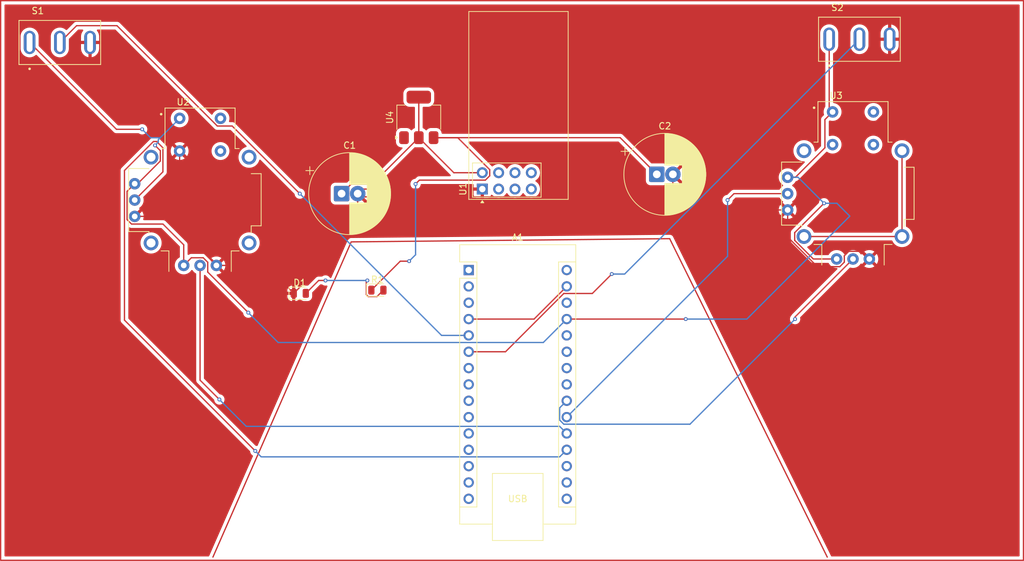
<source format=kicad_pcb>
(kicad_pcb (version 20241229) (generator "pcbnew") (generator_version "9.0")
  (layers (0 "F.Cu" signal) (2 "B.Cu" signal) (13 "F.Paste" user) (15 "B.Paste" user) (5 "F.SilkS" user "F.Silkscreen") (7 "B.SilkS" user "B.Silkscreen") (1 "F.Mask" user) (3 "B.Mask" user) (25 "Edge.Cuts" user))
  (net 0 "")
  (net 6 "Net-(A1-D3)")
  (net 9 "+5V")
  (net 10 "Net-(A1-A0)")
  (net 14 "Net-(A1-A3)")
  (net 18 "Net-(A1-GND-Pad29)")
  (net 21 "Net-(A1-A2)")
  (net 22 "Net-(A1-D2)")
  (net 29 "Net-(A1-A1)")
  (net 30 "Net-(U1-VCC)")
  (net 31 "GND")
  (net 32 "Net-(U4-VI)")
  (net 33 "Net-(D1-A)")
  (net 40 "Net-(U2-SHIELD-PadS1)")
  (net 41 "Net-(U3-SHIELD-PadS1)")
  (footprint "SW_100SP1T1B1M1QEH:SW_100SP1T1B1M1QEH" (layer "F.Cu") (at 95.2 44)
    (property "Reference" "S1" (at -3.425 -4.915 0) (layer "F.SilkS"))
    (property "Value" "100SP1T1B1M1QEH")
    (pad "1" thru_hole oval (at -4.7 0) (size 1.81 3.62) (drill oval 0.91 2.94) (layers "*.Cu" "*.Mask") (net 9 "+5V"))
    (pad "2" thru_hole oval (at 0 0) (size 1.81 3.62) (drill oval 0.91 2.94) (layers "*.Cu" "*.Mask") (net 22 "Net-(A1-D2)"))
    (pad "3" thru_hole oval (at 4.7 0) (size 1.81 3.62) (drill oval 0.91 2.94) (layers "*.Cu" "*.Mask") (net 31 "GND"))
  )
  (footprint "RF_Module:nRF24L01_Breakout" (layer "F.Cu") (at 160.875 66.7895 90)
    (property "Reference" "U1" (at 0 -3 90) (layer "F.SilkS"))
    (property "Value" "NRF24L01_Breakout")
    (pad "1" thru_hole rect (at 0 0 90) (size 1.7 1.7) (drill 1) (layers "*.Cu" "*.Mask") (net 31 "GND"))
    (pad "2" thru_hole circle (at 2.54 0 90) (size 1.7 1.7) (drill 1) (layers "*.Cu" "*.Mask") (net 30 "Net-(U1-VCC)"))
    (pad "3" thru_hole circle (at 0 2.54 90) (size 1.7 1.7) (drill 1) (layers "*.Cu" "*.Mask"))
    (pad "4" thru_hole circle (at 2.54 2.54 90) (size 1.7 1.7) (drill 1) (layers "*.Cu" "*.Mask"))
    (pad "5" thru_hole circle (at 0 5.08 90) (size 1.7 1.7) (drill 1) (layers "*.Cu" "*.Mask"))
    (pad "6" thru_hole circle (at 2.54 5.08 90) (size 1.7 1.7) (drill 1) (layers "*.Cu" "*.Mask"))
    (pad "7" thru_hole circle (at 0 7.62 90) (size 1.7 1.7) (drill 1) (layers "*.Cu" "*.Mask"))
    (pad "8" thru_hole circle (at 2.54 7.62 90) (size 1.7 1.7) (drill 1) (layers "*.Cu" "*.Mask"))
  )
  (footprint "SW_100SP1T1B1M1QEH:SW_100SP1T1B1M1QEH" (layer "F.Cu") (at 219.5 43.5)
    (property "Reference" "S2" (at -3.425 -4.915 0) (layer "F.SilkS"))
    (property "Value" "100SP1T1B1M1QEH")
    (pad "1" thru_hole oval (at -4.7 0) (size 1.81 3.62) (drill oval 0.91 2.94) (layers "*.Cu" "*.Mask") (net 9 "+5V"))
    (pad "2" thru_hole oval (at 0 0) (size 1.81 3.62) (drill oval 0.91 2.94) (layers "*.Cu" "*.Mask") (net 6 "Net-(A1-D3)"))
    (pad "3" thru_hole oval (at 4.7 0) (size 1.81 3.62) (drill oval 0.91 2.94) (layers "*.Cu" "*.Mask") (net 31 "GND"))
  )
  (footprint "Package_TO_SOT_SMD:SOT-223-3_TabPin2" (layer "F.Cu") (at 151 55.65 90)
    (property "Reference" "U4" (at 0 -4.5 90) (layer "F.SilkS"))
    (property "Value" "AMS1117")
    (pad "1" smd roundrect (at -3.15 -2.3 90) (size 2 1.5) (layers "F.Cu" "F.Mask" "F.Paste"))
    (pad "2" smd roundrect (at -3.15 0 90) (size 2 1.5) (layers "F.Cu" "F.Mask" "F.Paste") (net 30 "Net-(U1-VCC)"))
    (pad "2" smd roundrect (at 3.15 0 90) (size 2 3.8) (layers "F.Cu" "F.Mask" "F.Paste") (net 30 "Net-(U1-VCC)"))
    (pad "3" smd roundrect (at -3.15 2.3 90) (size 2 1.5) (layers "F.Cu" "F.Mask" "F.Paste") (net 32 "Net-(U4-VI)"))
  )
  (footprint "LED_SMD:LED_0805_2012Metric" (layer "F.Cu") (at 144.5625 82.5)
    (property "Reference" "R1" (at 0 -1.65 0) (layer "F.SilkS"))
    (property "Value" "330")
    (pad "1" smd roundrect (at -0.9375 0) (size 0.975 1.4) (layers "F.Cu" "F.Mask" "F.Paste") (net 32 "Net-(U4-VI)"))
    (pad "2" smd roundrect (at 0.9375 0) (size 0.975 1.4) (layers "F.Cu" "F.Mask" "F.Paste") (net 33 "Net-(D1-A)"))
  )
  (footprint "Capacitor_THT:CP_Radial_D12.5mm_P2.50mm" (layer "F.Cu") (at 188 64.5)
    (property "Reference" "C2" (at 1.25 -7.5 0) (layer "F.SilkS"))
    (property "Value" "C_Polarized")
    (pad "1" thru_hole roundrect (at 0 0) (size 2.4 2.4) (drill 1.2) (layers "*.Cu" "*.Mask") (roundrect_rratio 0.104167) (net 32 "Net-(U4-VI)"))
    (pad "2" thru_hole circle (at 2.5 0) (size 2.4 2.4) (drill 1.2) (layers "*.Cu" "*.Mask") (net 31 "GND"))
  )
  (footprint "Capacitor_THT:CP_Radial_D12.5mm_P2.50mm" (layer "F.Cu") (at 139 67.5)
    (property "Reference" "C1" (at 1.25 -7.5 0) (layer "F.SilkS"))
    (property "Value" "C_Polarized")
    (pad "1" thru_hole roundrect (at 0 0) (size 2.4 2.4) (drill 1.2) (layers "*.Cu" "*.Mask") (roundrect_rratio 0.104167) (net 30 "Net-(U1-VCC)"))
    (pad "2" thru_hole circle (at 2.5 0) (size 2.4 2.4) (drill 1.2) (layers "*.Cu" "*.Mask") (net 31 "GND"))
  )
  (footprint "LED_SMD:LED_0805_2012Metric" (layer "F.Cu") (at 132.5 83)
    (property "Reference" "D1" (at 0 -1.65 0) (layer "F.SilkS"))
    (property "Value" "LED")
    (pad "1" smd roundrect (at -0.9375 0) (size 0.975 1.4) (layers "F.Cu" "F.Mask" "F.Paste") (net 31 "GND"))
    (pad "2" smd roundrect (at 0.9375 0) (size 0.975 1.4) (layers "F.Cu" "F.Mask" "F.Paste") (net 33 "Net-(D1-A)"))
  )
  (footprint "XDCR_COM-09032:XDCR_COM-09032" (layer "F.Cu") (at 218.5 67.5)
    (property "Reference" "U3" (at -2.625 -15.235 0) (layer "F.SilkS"))
    (property "Value" "COM-09032")
    (pad "B1A" thru_hole circle (at -3.175 -12.7) (size 1.778 1.778) (drill 0.9) (layers "*.Cu" "*.Mask") (net 9 "+5V"))
    (pad "B1B" thru_hole circle (at 3.175 -12.7) (size 1.778 1.778) (drill 0.9) (layers "*.Cu" "*.Mask"))
    (pad "B2A" thru_hole circle (at -3.175 -7.62) (size 1.778 1.778) (drill 0.9) (layers "*.Cu" "*.Mask"))
    (pad "B2B" thru_hole circle (at 3.175 -7.62) (size 1.778 1.778) (drill 0.9) (layers "*.Cu" "*.Mask"))
    (pad "H1" thru_hole circle (at -2.54 10.16) (size 1.778 1.778) (drill 0.889) (layers "*.Cu" "*.Mask") (net 9 "+5V"))
    (pad "H2" thru_hole circle (at 0 10.16) (size 1.778 1.778) (drill 0.889) (layers "*.Cu" "*.Mask") (net 14 "Net-(A1-A3)"))
    (pad "H3" thru_hole circle (at 2.54 10.16) (size 1.778 1.778) (drill 0.889) (layers "*.Cu" "*.Mask") (net 31 "GND"))
    (pad "S1" thru_hole circle (at -7.62 -6.6675) (size 2.286 2.286) (drill 1.397) (layers "*.Cu" "*.Mask") (net 41 "Net-(U3-SHIELD-PadS1)"))
    (pad "S2" thru_hole circle (at -7.62 6.6675) (size 2.286 2.286) (drill 1.397) (layers "*.Cu" "*.Mask") (net 41 "Net-(U3-SHIELD-PadS1)"))
    (pad "S3" thru_hole circle (at 7.62 6.6675) (size 2.286 2.286) (drill 1.397) (layers "*.Cu" "*.Mask") (net 41 "Net-(U3-SHIELD-PadS1)"))
    (pad "S4" thru_hole circle (at 7.62 -6.6675) (size 2.286 2.286) (drill 1.397) (layers "*.Cu" "*.Mask") (net 41 "Net-(U3-SHIELD-PadS1)"))
    (pad "V1" thru_hole circle (at -10.16 -2.54) (size 1.778 1.778) (drill 0.889) (layers "*.Cu" "*.Mask") (net 9 "+5V"))
    (pad "V2" thru_hole circle (at -10.16 0) (size 1.778 1.778) (drill 0.889) (layers "*.Cu" "*.Mask") (net 21 "Net-(A1-A2)"))
    (pad "V3" thru_hole circle (at -10.16 2.54) (size 1.778 1.778) (drill 0.889) (layers "*.Cu" "*.Mask") (net 31 "GND"))
  )
  (footprint "Module:Arduino_Nano" (layer "F.Cu") (at 158.76 79.38)
    (property "Reference" "A1" (at 7.62 -5.08 0) (layer "F.SilkS"))
    (property "Value" "Arduino_Nano_ESP32")
    (fp_text user "USB" (at 7.62 35.56 0) (layer "F.SilkS"))
    (pad "1" thru_hole rect (at 0 0) (size 1.6 1.6) (drill 1) (layers "*.Cu" "*.Mask"))
    (pad "2" thru_hole oval (at 0 2.54) (size 1.6 1.6) (drill 1) (layers "*.Cu" "*.Mask"))
    (pad "3" thru_hole oval (at 0 5.08) (size 1.6 1.6) (drill 1) (layers "*.Cu" "*.Mask"))
    (pad "4" thru_hole oval (at 0 7.62) (size 1.6 1.6) (drill 1) (layers "*.Cu" "*.Mask") (net 18 "Net-(A1-GND-Pad29)"))
    (pad "5" thru_hole oval (at 0 10.16) (size 1.6 1.6) (drill 1) (layers "*.Cu" "*.Mask") (net 22 "Net-(A1-D2)"))
    (pad "6" thru_hole oval (at 0 12.7) (size 1.6 1.6) (drill 1) (layers "*.Cu" "*.Mask") (net 6 "Net-(A1-D3)"))
    (pad "7" thru_hole oval (at 0 15.24) (size 1.6 1.6) (drill 1) (layers "*.Cu" "*.Mask"))
    (pad "8" thru_hole oval (at 0 17.78) (size 1.6 1.6) (drill 1) (layers "*.Cu" "*.Mask"))
    (pad "9" thru_hole oval (at 0 20.32) (size 1.6 1.6) (drill 1) (layers "*.Cu" "*.Mask"))
    (pad "10" thru_hole oval (at 0 22.86) (size 1.6 1.6) (drill 1) (layers "*.Cu" "*.Mask"))
    (pad "11" thru_hole oval (at 0 25.4) (size 1.6 1.6) (drill 1) (layers "*.Cu" "*.Mask"))
    (pad "12" thru_hole oval (at 0 27.94) (size 1.6 1.6) (drill 1) (layers "*.Cu" "*.Mask"))
    (pad "13" thru_hole oval (at 0 30.48) (size 1.6 1.6) (drill 1) (layers "*.Cu" "*.Mask"))
    (pad "14" thru_hole oval (at 0 33.02) (size 1.6 1.6) (drill 1) (layers "*.Cu" "*.Mask"))
    (pad "15" thru_hole oval (at 0 35.56) (size 1.6 1.6) (drill 1) (layers "*.Cu" "*.Mask"))
    (pad "16" thru_hole oval (at 15.24 35.56) (size 1.6 1.6) (drill 1) (layers "*.Cu" "*.Mask"))
    (pad "17" thru_hole oval (at 15.24 33.02) (size 1.6 1.6) (drill 1) (layers "*.Cu" "*.Mask"))
    (pad "18" thru_hole oval (at 15.24 30.48) (size 1.6 1.6) (drill 1) (layers "*.Cu" "*.Mask"))
    (pad "19" thru_hole oval (at 15.24 27.94) (size 1.6 1.6) (drill 1) (layers "*.Cu" "*.Mask") (net 10 "Net-(A1-A0)"))
    (pad "20" thru_hole oval (at 15.24 25.4) (size 1.6 1.6) (drill 1) (layers "*.Cu" "*.Mask") (net 29 "Net-(A1-A1)"))
    (pad "21" thru_hole oval (at 15.24 22.86) (size 1.6 1.6) (drill 1) (layers "*.Cu" "*.Mask") (net 21 "Net-(A1-A2)"))
    (pad "22" thru_hole oval (at 15.24 20.32) (size 1.6 1.6) (drill 1) (layers "*.Cu" "*.Mask") (net 14 "Net-(A1-A3)"))
    (pad "23" thru_hole oval (at 15.24 17.78) (size 1.6 1.6) (drill 1) (layers "*.Cu" "*.Mask"))
    (pad "24" thru_hole oval (at 15.24 15.24) (size 1.6 1.6) (drill 1) (layers "*.Cu" "*.Mask"))
    (pad "25" thru_hole oval (at 15.24 12.7) (size 1.6 1.6) (drill 1) (layers "*.Cu" "*.Mask"))
    (pad "26" thru_hole oval (at 15.24 10.16) (size 1.6 1.6) (drill 1) (layers "*.Cu" "*.Mask"))
    (pad "27" thru_hole oval (at 15.24 7.62) (size 1.6 1.6) (drill 1) (layers "*.Cu" "*.Mask") (net 9 "+5V"))
    (pad "28" thru_hole oval (at 15.24 5.08) (size 1.6 1.6) (drill 1) (layers "*.Cu" "*.Mask"))
    (pad "29" thru_hole oval (at 15.24 2.54) (size 1.6 1.6) (drill 1) (layers "*.Cu" "*.Mask") (net 18 "Net-(A1-GND-Pad29)"))
    (pad "30" thru_hole oval (at 15.24 0) (size 1.6 1.6) (drill 1) (layers "*.Cu" "*.Mask"))
  )
  (footprint "XDCR_COM-09032:XDCR_COM-09032" (layer "F.Cu") (at 117 68.5)
    (property "Reference" "U2" (at -2.625 -15.235 0) (layer "F.SilkS"))
    (property "Value" "COM-09032")
    (pad "B1A" thru_hole circle (at -3.175 -12.7) (size 1.778 1.778) (drill 0.9) (layers "*.Cu" "*.Mask") (net 9 "+5V"))
    (pad "B1B" thru_hole circle (at 3.175 -12.7) (size 1.778 1.778) (drill 0.9) (layers "*.Cu" "*.Mask"))
    (pad "B2A" thru_hole circle (at -3.175 -7.62) (size 1.778 1.778) (drill 0.9) (layers "*.Cu" "*.Mask") (net 31 "GND"))
    (pad "B2B" thru_hole circle (at 3.175 -7.62) (size 1.778 1.778) (drill 0.9) (layers "*.Cu" "*.Mask"))
    (pad "H1" thru_hole circle (at -2.54 10.16) (size 1.778 1.778) (drill 0.889) (layers "*.Cu" "*.Mask") (net 9 "+5V"))
    (pad "H2" thru_hole circle (at 0 10.16) (size 1.778 1.778) (drill 0.889) (layers "*.Cu" "*.Mask") (net 29 "Net-(A1-A1)"))
    (pad "H3" thru_hole circle (at 2.54 10.16) (size 1.778 1.778) (drill 0.889) (layers "*.Cu" "*.Mask") (net 31 "GND"))
    (pad "S1" thru_hole circle (at -7.62 -6.6675) (size 2.286 2.286) (drill 1.397) (layers "*.Cu" "*.Mask") (net 40 "Net-(U2-SHIELD-PadS1)"))
    (pad "S2" thru_hole circle (at -7.62 6.6675) (size 2.286 2.286) (drill 1.397) (layers "*.Cu" "*.Mask") (net 40 "Net-(U2-SHIELD-PadS1)"))
    (pad "S3" thru_hole circle (at 7.62 6.6675) (size 2.286 2.286) (drill 1.397) (layers "*.Cu" "*.Mask") (net 40 "Net-(U2-SHIELD-PadS1)"))
    (pad "S4" thru_hole circle (at 7.62 -6.6675) (size 2.286 2.286) (drill 1.397) (layers "*.Cu" "*.Mask") (net 40 "Net-(U2-SHIELD-PadS1)"))
    (pad "V1" thru_hole circle (at -10.16 -2.54) (size 1.778 1.778) (drill 0.889) (layers "*.Cu" "*.Mask") (net 9 "+5V"))
    (pad "V2" thru_hole circle (at -10.16 0) (size 1.778 1.778) (drill 0.889) (layers "*.Cu" "*.Mask") (net 10 "Net-(A1-A0)"))
    (pad "V3" thru_hole circle (at -10.16 2.54) (size 1.778 1.778) (drill 0.889) (layers "*.Cu" "*.Mask") (net 31 "GND"))
  )
  (gr_line (start 140.5 75) (end 190 74.5) (stroke (width 0.2)) (layer "F.Cu") (net 41))
  (gr_rect (start 86 37.5) (end 245 124.5) (stroke (width 0.2)) (fill no) (layer "F.Cu") (net 41))
  (gr_line (start 190 74.5) (end 214.5 124) (stroke (width 0.2)) (layer "F.Cu") (net 41))
  (gr_line (start 119 124) (end 140.5 75) (stroke (width 0.2)) (layer "F.Cu") (net 41))
  (segment (start 177.979 83.021) (end 181 80) (width 0.2) (layer "F.Cu") (net 6))
  (segment (start 158.76 92.08) (end 164.48495 92.08) (width 0.2) (layer "F.Cu") (net 6))
  (segment (start 164.48495 92.08) (end 173.54395 83.021) (width 0.2) (layer "F.Cu") (net 6))
  (segment (start 173.54395 83.021) (end 177.979 83.021) (width 0.2) (layer "F.Cu") (net 6))
  (via (at 181 80) (size 0.6) (drill 0.3) (layers "F.Cu" "B.Cu") (net 6))
  (segment (start 181 80) (end 183 80) (width 0.2) (layer "B.Cu") (net 6))
  (segment (start 183 80) (end 219.5 43.5) (width 0.2) (layer "B.Cu") (net 6))
  (segment (start 111.23 72.23) (end 106.347085 72.23) (width 0.2) (layer "F.Cu") (net 9))
  (segment (start 209.436 73.564) (end 214 69) (width 0.2) (layer "F.Cu") (net 9))
  (segment (start 106.84 65.96) (end 107.294625 65.96) (width 0.2) (layer "F.Cu") (net 9))
  (segment (start 104 57.5) (end 108 57.5) (width 0.2) (layer "F.Cu") (net 9))
  (segment (start 209.547915 64.96) (end 214.135 60.372915) (width 0.2) (layer "F.Cu") (net 9))
  (segment (start 214.135 55.99) (end 215.325 54.8) (width 0.2) (layer "F.Cu") (net 9))
  (segment (start 115.65 77.47) (end 117.492915 77.47) (width 0.2) (layer "F.Cu") (net 9))
  (segment (start 214.8 43.5) (end 214.8 54.275) (width 0.2) (layer "F.Cu") (net 9))
  (segment (start 114.46 78.66) (end 114.46 75.46) (width 0.2) (layer "F.Cu") (net 9))
  (segment (start 118.19 79.69) (end 124.5 86) (width 0.2) (layer "F.Cu") (net 9))
  (segment (start 105.65 67.15) (end 106.84 65.96) (width 0.2) (layer "F.Cu") (net 9))
  (segment (start 105.65 71.532915) (end 105.65 67.15) (width 0.2) (layer "F.Cu") (net 9))
  (segment (start 208.34 64.96) (end 209.547915 64.96) (width 0.2) (layer "F.Cu") (net 9))
  (segment (start 117.492915 77.47) (end 118.19 78.167085) (width 0.2) (layer "F.Cu") (net 9))
  (segment (start 214.135 60.372915) (end 214.135 55.99) (width 0.2) (layer "F.Cu") (net 9))
  (segment (start 212.330375 77.66) (end 209.436 74.765625) (width 0.2) (layer "F.Cu") (net 9))
  (segment (start 215.96 77.66) (end 212.330375 77.66) (width 0.2) (layer "F.Cu") (net 9))
  (segment (start 107.294625 65.96) (end 110.824 62.430625) (width 0.2) (layer "F.Cu") (net 9))
  (segment (start 209.436 74.765625) (end 209.436 73.564) (width 0.2) (layer "F.Cu") (net 9))
  (segment (start 110.824 62.430625) (end 110.824 60.824) (width 0.2) (layer "F.Cu") (net 9))
  (segment (start 214.8 54.275) (end 215.325 54.8) (width 0.2) (layer "F.Cu") (net 9))
  (segment (start 114.46 78.66) (end 115.65 77.47) (width 0.2) (layer "F.Cu") (net 9))
  (segment (start 174 87) (end 192.5 87) (width 0.2) (layer "F.Cu") (net 9))
  (segment (start 114.46 75.46) (end 111.23 72.23) (width 0.2) (layer "F.Cu") (net 9))
  (segment (start 90.5 44) (end 104 57.5) (width 0.2) (layer "F.Cu") (net 9))
  (segment (start 118.19 78.167085) (end 118.19 79.69) (width 0.2) (layer "F.Cu") (net 9))
  (segment (start 110.824 60.824) (end 110 60) (width 0.2) (layer "F.Cu") (net 9))
  (segment (start 106.347085 72.23) (end 105.65 71.532915) (width 0.2) (layer "F.Cu") (net 9))
  (via (at 124.5 86) (size 0.6) (drill 0.3) (layers "F.Cu" "B.Cu") (net 9))
  (via (at 192.5 87) (size 0.6) (drill 0.3) (layers "F.Cu" "B.Cu") (net 9))
  (via (at 214 69) (size 0.6) (drill 0.3) (layers "F.Cu" "B.Cu") (net 9))
  (via (at 108 57.5) (size 0.6) (drill 0.3) (layers "F.Cu" "B.Cu") (net 9))
  (via (at 110 60) (size 0.6) (drill 0.3) (layers "F.Cu" "B.Cu") (net 9))
  (segment (start 209.96 64.96) (end 208.34 64.96) (width 0.2) (layer "B.Cu") (net 9))
  (segment (start 214 69) (end 209.96 64.96) (width 0.2) (layer "B.Cu") (net 9))
  (segment (start 216 69) (end 214 69) (width 0.2) (layer "B.Cu") (net 9))
  (segment (start 110.5 59.5) (end 110.5 59.125) (width 0.2) (layer "B.Cu") (net 9))
  (segment (start 202 87) (end 218 71) (width 0.2) (layer "B.Cu") (net 9))
  (segment (start 110.5 59.125) (end 110.8125 58.8125) (width 0.2) (layer "B.Cu") (net 9))
  (segment (start 124.5 86) (end 129.141 90.641) (width 0.2) (layer "B.Cu") (net 9))
  (segment (start 218 71) (end 216 69) (width 0.2) (layer "B.Cu") (net 9))
  (segment (start 110 60) (end 110.5 59.5) (width 0.2) (layer "B.Cu") (net 9))
  (segment (start 108 57.5) (end 109.3125 58.8125) (width 0.2) (layer "B.Cu") (net 9))
  (segment (start 109.3125 58.8125) (end 110.8125 58.8125) (width 0.2) (layer "B.Cu") (net 9))
  (segment (start 170.359 90.641) (end 174 87) (width 0.2) (layer "B.Cu") (net 9))
  (segment (start 129.141 90.641) (end 170.359 90.641) (width 0.2) (layer "B.Cu") (net 9))
  (segment (start 192.5 87) (end 202 87) (width 0.2) (layer "B.Cu") (net 9))
  (segment (start 110.8125 58.8125) (end 113.825 55.8) (width 0.2) (layer "B.Cu") (net 9))
  (segment (start 106.84 68.5) (end 111.225 64.115) (width 0.2) (layer "F.Cu") (net 10))
  (segment (start 105.249 87.166106) (end 125.584065 107.501171) (width 0.2) (layer "F.Cu") (net 10))
  (segment (start 110.248943 59.399) (end 109.751057 59.399) (width 0.2) (layer "F.Cu") (net 10))
  (segment (start 109.751057 59.399) (end 105.249 63.901057) (width 0.2) (layer "F.Cu") (net 10))
  (segment (start 111.225 60.375057) (end 110.248943 59.399) (width 0.2) (layer "F.Cu") (net 10))
  (segment (start 111.225 64.115) (end 111.225 60.375057) (width 0.2) (layer "F.Cu") (net 10))
  (segment (start 105.249 63.901057) (end 105.249 87.166106) (width 0.2) (layer "F.Cu") (net 10))
  (via (at 125.584065 107.501171) (size 0.6) (drill 0.3) (layers "F.Cu" "B.Cu") (net 10))
  (segment (start 125.584065 107.501171) (end 126.503894 108.421) (width 0.2) (layer "B.Cu") (net 10))
  (segment (start 126.503894 108.421) (end 172.899 108.421) (width 0.2) (layer "B.Cu") (net 10))
  (segment (start 172.899 108.421) (end 174 107.32) (width 0.2) (layer "B.Cu") (net 10))
  (segment (start 218.5 77.66) (end 209.5 86.66) (width 0.2) (layer "F.Cu") (net 14))
  (segment (start 209.5 86.66) (end 209.5 87) (width 0.2) (layer "F.Cu") (net 14))
  (via (at 209.5 87) (size 0.6) (drill 0.3) (layers "F.Cu" "B.Cu") (net 14))
  (segment (start 172.899 100.801) (end 174 99.7) (width 0.2) (layer "B.Cu") (net 14))
  (segment (start 209.5 87) (end 193.159 103.341) (width 0.2) (layer "B.Cu") (net 14))
  (segment (start 173.54395 103.341) (end 172.899 102.69605) (width 0.2) (layer "B.Cu") (net 14))
  (segment (start 172.899 102.69605) (end 172.899 100.801) (width 0.2) (layer "B.Cu") (net 14))
  (segment (start 193.159 103.341) (end 173.54395 103.341) (width 0.2) (layer "B.Cu") (net 14))
  (segment (start 168.92 87) (end 174 81.92) (width 0.2) (layer "F.Cu") (net 18))
  (segment (start 158.76 87) (end 168.92 87) (width 0.2) (layer "F.Cu") (net 18))
  (segment (start 208.34 67.5) (end 200 67.5) (width 0.2) (layer "F.Cu") (net 21))
  (segment (start 200 67.5) (end 199 68.5) (width 0.2) (layer "F.Cu") (net 21))
  (via (at 199 68.5) (size 0.6) (drill 0.3) (layers "F.Cu" "B.Cu") (net 21))
  (segment (start 199 77.24) (end 174 102.24) (width 0.2) (layer "B.Cu") (net 21))
  (segment (start 199 68.5) (end 199 77.24) (width 0.2) (layer "B.Cu") (net 21))
  (segment (start 97.811 41.389) (end 104.081085 41.389) (width 0.2) (layer "F.Cu") (net 22))
  (segment (start 104.081085 41.389) (end 119.682085 56.99) (width 0.2) (layer "F.Cu") (net 22))
  (segment (start 119.682085 56.99) (end 121.99 56.99) (width 0.2) (layer "F.Cu") (net 22))
  (segment (start 121.99 56.99) (end 132.5 67.5) (width 0.2) (layer "F.Cu") (net 22))
  (segment (start 95.2 44) (end 97.811 41.389) (width 0.2) (layer "F.Cu") (net 22))
  (via (at 132.5 67.5) (size 0.6) (drill 0.3) (layers "F.Cu" "B.Cu") (net 22))
  (segment (start 154.54 89.54) (end 158.76 89.54) (width 0.2) (layer "B.Cu") (net 22))
  (segment (start 132.5 67.5) (end 154.54 89.54) (width 0.2) (layer "B.Cu") (net 22))
  (segment (start 117 78.66) (end 117 96.5) (width 0.2) (layer "F.Cu") (net 29))
  (segment (start 117 96.5) (end 120 99.5) (width 0.2) (layer "F.Cu") (net 29))
  (via (at 120 99.5) (size 0.6) (drill 0.3) (layers "F.Cu" "B.Cu") (net 29))
  (segment (start 172.899 103.679) (end 174 104.78) (width 0.2) (layer "B.Cu") (net 29))
  (segment (start 120 99.5) (end 124.179 103.679) (width 0.2) (layer "B.Cu") (net 29))
  (segment (start 124.179 103.679) (end 172.899 103.679) (width 0.2) (layer "B.Cu") (net 29))
  (segment (start 151 58.8) (end 151 52.5) (width 0.2) (layer "F.Cu") (net 30))
  (segment (start 140.501 65.999) (end 139 67.5) (width 0.2) (layer "F.Cu") (net 30))
  (segment (start 156.4495 64.2495) (end 151 58.8) (width 0.2) (layer "F.Cu") (net 30))
  (segment (start 143.801 65.999) (end 140.501 65.999) (width 0.2) (layer "F.Cu") (net 30))
  (segment (start 151 58.8) (end 143.801 65.999) (width 0.2) (layer "F.Cu") (net 30))
  (segment (start 160.875 64.2495) (end 156.4495 64.2495) (width 0.2) (layer "F.Cu") (net 30))
  (segment (start 131.5625 83) (end 141.5 73.0625) (width 0.2) (layer "F.Cu") (net 31))
  (segment (start 208.34 70.04) (end 224.2 54.18) (width 0.2) (layer "F.Cu") (net 31))
  (segment (start 190.5 66.197056) (end 190.5 64.5) (width 0.2) (layer "F.Cu") (net 31))
  (segment (start 196.04 70.04) (end 208.34 70.04) (width 0.2) (layer "F.Cu") (net 31))
  (segment (start 127.2225 78.66) (end 131.5625 83) (width 0.2) (layer "F.Cu") (net 31))
  (segment (start 99.9 46.955) (end 113.825 60.88) (width 0.2) (layer "F.Cu") (net 31))
  (segment (start 208.34 74.236725) (end 208.34 70.04) (width 0.2) (layer "F.Cu") (net 31))
  (segment (start 188.697056 68) (end 190.5 66.197056) (width 0.2) (layer "F.Cu") (net 31))
  (segment (start 113.825 60.88) (end 113.825 64.055) (width 0.2) (layer "F.Cu") (net 31))
  (segment (start 217.15 77.167085) (end 217.15 78.152915) (width 0.2) (layer "F.Cu") (net 31))
  (segment (start 217.847085 76.47) (end 217.15 77.167085) (width 0.2) (layer "F.Cu") (net 31))
  (segment (start 217.15 78.152915) (end 216.452915 78.85) (width 0.2) (layer "F.Cu") (net 31))
  (segment (start 111.92 71.04) (end 119.54 78.66) (width 0.2) (layer "F.Cu") (net 31))
  (segment (start 212.953275 78.85) (end 208.34 74.236725) (width 0.2) (layer "F.Cu") (net 31))
  (segment (start 141.5 73.0625) (end 141.5 67.5) (width 0.2) (layer "F.Cu") (net 31))
  (segment (start 119.54 78.66) (end 127.2225 78.66) (width 0.2) (layer "F.Cu") (net 31))
  (segment (start 190.5 64.5) (end 196.04 70.04) (width 0.2) (layer "F.Cu") (net 31))
  (segment (start 160.875 66.7895) (end 142.2105 66.7895) (width 0.2) (layer "F.Cu") (net 31))
  (segment (start 142.2105 66.7895) (end 141.5 67.5) (width 0.2) (layer "F.Cu") (net 31))
  (segment (start 219.85 76.47) (end 217.847085 76.47) (width 0.2) (layer "F.Cu") (net 31))
  (segment (start 224.2 54.18) (end 224.2 43.5) (width 0.2) (layer "F.Cu") (net 31))
  (segment (start 216.452915 78.85) (end 212.953275 78.85) (width 0.2) (layer "F.Cu") (net 31))
  (segment (start 221.04 77.66) (end 219.85 76.47) (width 0.2) (layer "F.Cu") (net 31))
  (segment (start 141.5 67.5) (end 142 68) (width 0.2) (layer "F.Cu") (net 31))
  (segment (start 142 68) (end 188.697056 68) (width 0.2) (layer "F.Cu") (net 31))
  (segment (start 99.9 44) (end 99.9 46.955) (width 0.2) (layer "F.Cu") (net 31))
  (segment (start 113.825 64.055) (end 106.84 71.04) (width 0.2) (layer "F.Cu") (net 31))
  (segment (start 106.84 71.04) (end 111.92 71.04) (width 0.2) (layer "F.Cu") (net 31))
  (segment (start 157.05326 58.8) (end 162.026 63.77274) (width 0.2) (layer "F.Cu") (net 32))
  (segment (start 188 64.5) (end 182.3 58.8) (width 0.2) (layer "F.Cu") (net 32))
  (segment (start 148.125 78) (end 143.625 82.5) (width 0.2) (layer "F.Cu") (net 32))
  (segment (start 182.3 58.8) (end 153.3 58.8) (width 0.2) (layer "F.Cu") (net 32))
  (segment (start 149.5 78) (end 148.125 78) (width 0.2) (layer "F.Cu") (net 32))
  (segment (start 161.35176 65.4005) (end 151.0995 65.4005) (width 0.2) (layer "F.Cu") (net 32))
  (segment (start 153.3 58.8) (end 157.05326 58.8) (width 0.2) (layer "F.Cu") (net 32))
  (segment (start 162.026 63.77274) (end 162.026 64.72626) (width 0.2) (layer "F.Cu") (net 32))
  (segment (start 162.026 64.72626) (end 161.35176 65.4005) (width 0.2) (layer "F.Cu") (net 32))
  (segment (start 151.0995 65.4005) (end 150.5 66) (width 0.2) (layer "F.Cu") (net 32))
  (via (at 150.5 66) (size 0.6) (drill 0.3) (layers "F.Cu" "B.Cu") (net 32))
  (via (at 149.5 78) (size 0.6) (drill 0.3) (layers "F.Cu" "B.Cu") (net 32))
  (segment (start 150.5 77) (end 149.5 78) (width 0.2) (layer "B.Cu") (net 32))
  (segment (start 150.5 66) (end 150.5 77) (width 0.2) (layer "B.Cu") (net 32))
  (segment (start 142.8365 81.1635) (end 142.8365 83.188646) (width 0.2) (layer "F.Cu") (net 33))
  (segment (start 143 81) (end 142.8365 81.1635) (width 0.2) (layer "F.Cu") (net 33))
  (segment (start 144.499 83.501) (end 145.5 82.5) (width 0.2) (layer "F.Cu") (net 33))
  (segment (start 143.148854 83.501) (end 144.499 83.501) (width 0.2) (layer "F.Cu") (net 33))
  (segment (start 135.4375 81) (end 136.5 81) (width 0.2) (layer "F.Cu") (net 33))
  (segment (start 133.4375 83) (end 135.4375 81) (width 0.2) (layer "F.Cu") (net 33))
  (segment (start 142.8365 83.188646) (end 143.148854 83.501) (width 0.2) (layer "F.Cu") (net 33))
  (via (at 136.5 81) (size 0.6) (drill 0.3) (layers "F.Cu" "B.Cu") (net 33))
  (via (at 143 81) (size 0.6) (drill 0.3) (layers "F.Cu" "B.Cu") (net 33))
  (segment (start 136.5 81) (end 143 81) (width 0.2) (layer "B.Cu") (net 33))
  (segment (start 226.12 74.1675) (end 210.88 74.1675) (width 0.2) (layer "F.Cu") (net 41))
  (segment (start 226.12 60.8325) (end 226.12 74.1675) (width 0.2) (layer "F.Cu") (net 41))
  (zone (net 31) (net_name "GND") (layer "F.Cu") (connect_pads (clearance 0.5)) (min_thickness 0.25) (fill yes (thermal_gap 0.5) (thermal_bridge_width 0.5))
    (polygon (pts (xy 86 37.5) (xy 245 37.5) (xy 245 124.5) (xy 86 124.5)))
  )
)
</source>
